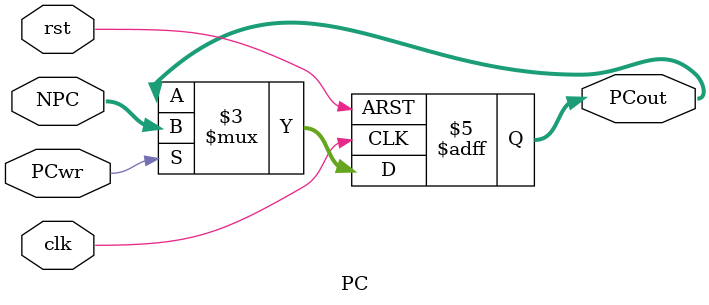
<source format=v>
module PC
(
	input clk,
	input rst,
	input PCwr,
	input [31:0]NPC,
	output reg [31:0]PCout
);
  always@(posedge clk or negedge rst)
		if(!rst)
			PCout<=0;
		else if(PCwr)
			PCout<=NPC;
			
			
endmodule 
</source>
